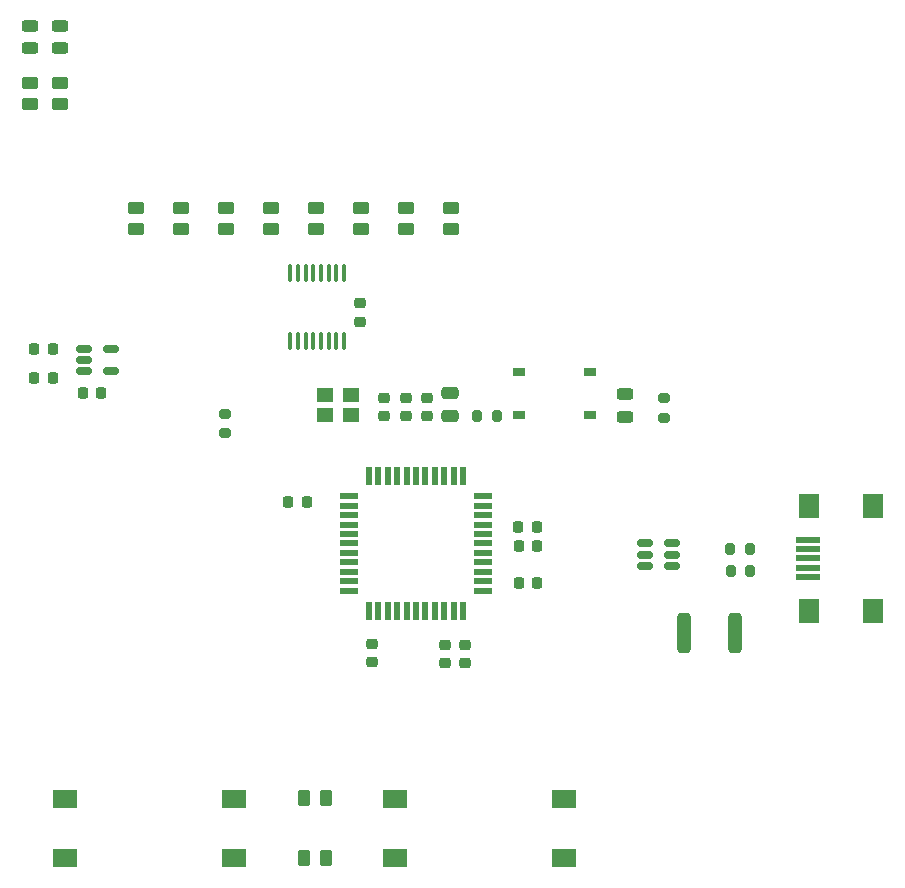
<source format=gbr>
%TF.GenerationSoftware,KiCad,Pcbnew,(7.0.0)*%
%TF.CreationDate,2023-04-20T13:01:05-06:00*%
%TF.ProjectId,Phase_B_ATMEGA_v3,50686173-655f-4425-9f41-544d4547415f,rev?*%
%TF.SameCoordinates,Original*%
%TF.FileFunction,Paste,Top*%
%TF.FilePolarity,Positive*%
%FSLAX46Y46*%
G04 Gerber Fmt 4.6, Leading zero omitted, Abs format (unit mm)*
G04 Created by KiCad (PCBNEW (7.0.0)) date 2023-04-20 13:01:05*
%MOMM*%
%LPD*%
G01*
G04 APERTURE LIST*
G04 Aperture macros list*
%AMRoundRect*
0 Rectangle with rounded corners*
0 $1 Rounding radius*
0 $2 $3 $4 $5 $6 $7 $8 $9 X,Y pos of 4 corners*
0 Add a 4 corners polygon primitive as box body*
4,1,4,$2,$3,$4,$5,$6,$7,$8,$9,$2,$3,0*
0 Add four circle primitives for the rounded corners*
1,1,$1+$1,$2,$3*
1,1,$1+$1,$4,$5*
1,1,$1+$1,$6,$7*
1,1,$1+$1,$8,$9*
0 Add four rect primitives between the rounded corners*
20,1,$1+$1,$2,$3,$4,$5,0*
20,1,$1+$1,$4,$5,$6,$7,0*
20,1,$1+$1,$6,$7,$8,$9,0*
20,1,$1+$1,$8,$9,$2,$3,0*%
G04 Aperture macros list end*
%ADD10RoundRect,0.250000X0.450000X-0.262500X0.450000X0.262500X-0.450000X0.262500X-0.450000X-0.262500X0*%
%ADD11RoundRect,0.200000X0.275000X-0.200000X0.275000X0.200000X-0.275000X0.200000X-0.275000X-0.200000X0*%
%ADD12RoundRect,0.225000X-0.225000X-0.250000X0.225000X-0.250000X0.225000X0.250000X-0.225000X0.250000X0*%
%ADD13RoundRect,0.243750X-0.456250X0.243750X-0.456250X-0.243750X0.456250X-0.243750X0.456250X0.243750X0*%
%ADD14R,2.000000X0.500000*%
%ADD15R,1.700000X2.000000*%
%ADD16RoundRect,0.225000X0.250000X-0.225000X0.250000X0.225000X-0.250000X0.225000X-0.250000X-0.225000X0*%
%ADD17RoundRect,0.200000X-0.200000X-0.275000X0.200000X-0.275000X0.200000X0.275000X-0.200000X0.275000X0*%
%ADD18RoundRect,0.225000X-0.250000X0.225000X-0.250000X-0.225000X0.250000X-0.225000X0.250000X0.225000X0*%
%ADD19R,1.400000X1.200000*%
%ADD20RoundRect,0.250000X-0.262500X-0.450000X0.262500X-0.450000X0.262500X0.450000X-0.262500X0.450000X0*%
%ADD21RoundRect,0.100000X-0.100000X0.637500X-0.100000X-0.637500X0.100000X-0.637500X0.100000X0.637500X0*%
%ADD22RoundRect,0.225000X0.225000X0.250000X-0.225000X0.250000X-0.225000X-0.250000X0.225000X-0.250000X0*%
%ADD23RoundRect,0.200000X-0.275000X0.200000X-0.275000X-0.200000X0.275000X-0.200000X0.275000X0.200000X0*%
%ADD24RoundRect,0.200000X0.200000X0.275000X-0.200000X0.275000X-0.200000X-0.275000X0.200000X-0.275000X0*%
%ADD25R,0.550000X1.500000*%
%ADD26R,1.500000X0.550000*%
%ADD27R,1.000000X0.700000*%
%ADD28R,2.000000X1.500000*%
%ADD29RoundRect,0.250000X0.312500X1.450000X-0.312500X1.450000X-0.312500X-1.450000X0.312500X-1.450000X0*%
%ADD30RoundRect,0.250000X0.262500X0.450000X-0.262500X0.450000X-0.262500X-0.450000X0.262500X-0.450000X0*%
%ADD31RoundRect,0.250000X0.475000X-0.250000X0.475000X0.250000X-0.475000X0.250000X-0.475000X-0.250000X0*%
%ADD32RoundRect,0.150000X0.512500X0.150000X-0.512500X0.150000X-0.512500X-0.150000X0.512500X-0.150000X0*%
%ADD33RoundRect,0.150000X-0.512500X-0.150000X0.512500X-0.150000X0.512500X0.150000X-0.512500X0.150000X0*%
G04 APERTURE END LIST*
D10*
%TO.C,R5*%
X146114167Y-80088318D03*
X146114167Y-78263318D03*
%TD*%
D11*
%TO.C,R17*%
X127000000Y-97345000D03*
X127000000Y-95695000D03*
%TD*%
D10*
%TO.C,R8*%
X134684167Y-80088318D03*
X134684167Y-78263318D03*
%TD*%
D12*
%TO.C,C13*%
X110860000Y-90200000D03*
X112410000Y-90200000D03*
%TD*%
D13*
%TO.C,D3*%
X160845000Y-94065000D03*
X160845000Y-95940000D03*
%TD*%
D14*
%TO.C,J2*%
X176369999Y-109549999D03*
X176369999Y-108749999D03*
X176369999Y-107949999D03*
X176369999Y-107149999D03*
X176369999Y-106349999D03*
D15*
X176469999Y-112399999D03*
X181919999Y-112399999D03*
X176469999Y-103499999D03*
X181919999Y-103499999D03*
%TD*%
D10*
%TO.C,R7*%
X138494167Y-80088318D03*
X138494167Y-78263318D03*
%TD*%
D16*
%TO.C,C5*%
X144085597Y-95917361D03*
X144085597Y-94367361D03*
%TD*%
D13*
%TO.C,D2*%
X113030000Y-62895000D03*
X113030000Y-64770000D03*
%TD*%
D10*
%TO.C,R3*%
X110490000Y-69492500D03*
X110490000Y-67667500D03*
%TD*%
%TO.C,R6*%
X142304167Y-80088318D03*
X142304167Y-78263318D03*
%TD*%
D17*
%TO.C,R13*%
X148386135Y-95870623D03*
X150036135Y-95870623D03*
%TD*%
D18*
%TO.C,C2*%
X140488764Y-94349911D03*
X140488764Y-95899911D03*
%TD*%
D19*
%TO.C,Y1*%
X137690469Y-94091469D03*
X135490469Y-94091469D03*
X135490469Y-95791469D03*
X137690469Y-95791469D03*
%TD*%
D18*
%TO.C,C12*%
X145625107Y-115266761D03*
X145625107Y-116816761D03*
%TD*%
D20*
%TO.C,R1*%
X133707500Y-128270000D03*
X135532500Y-128270000D03*
%TD*%
D21*
%TO.C,U2*%
X137082297Y-83805077D03*
X136432297Y-83805077D03*
X135782297Y-83805077D03*
X135132297Y-83805077D03*
X134482297Y-83805077D03*
X133832297Y-83805077D03*
X133182297Y-83805077D03*
X132532297Y-83805077D03*
X132532297Y-89530077D03*
X133182297Y-89530077D03*
X133832297Y-89530077D03*
X134482297Y-89530077D03*
X135132297Y-89530077D03*
X135782297Y-89530077D03*
X136432297Y-89530077D03*
X137082297Y-89530077D03*
%TD*%
D22*
%TO.C,C15*%
X116500000Y-93980000D03*
X114950000Y-93980000D03*
%TD*%
D12*
%TO.C,C9*%
X151871806Y-106893264D03*
X153421806Y-106893264D03*
%TD*%
D13*
%TO.C,D1*%
X110490000Y-62895000D03*
X110490000Y-64770000D03*
%TD*%
D23*
%TO.C,R16*%
X164196361Y-94377674D03*
X164196361Y-96027674D03*
%TD*%
D12*
%TO.C,C7*%
X151894180Y-110009211D03*
X153444180Y-110009211D03*
%TD*%
D24*
%TO.C,R14*%
X171450000Y-107151492D03*
X169800000Y-107151492D03*
%TD*%
D25*
%TO.C,U3*%
X147184999Y-112379999D03*
X146384999Y-112379999D03*
X145584999Y-112379999D03*
X144784999Y-112379999D03*
X143984999Y-112379999D03*
X143184999Y-112379999D03*
X142384999Y-112379999D03*
X141584999Y-112379999D03*
X140784999Y-112379999D03*
X139984999Y-112379999D03*
X139184999Y-112379999D03*
D26*
X137484999Y-110679999D03*
X137484999Y-109879999D03*
X137484999Y-109079999D03*
X137484999Y-108279999D03*
X137484999Y-107479999D03*
X137484999Y-106679999D03*
X137484999Y-105879999D03*
X137484999Y-105079999D03*
X137484999Y-104279999D03*
X137484999Y-103479999D03*
X137484999Y-102679999D03*
D25*
X139184999Y-100979999D03*
X139984999Y-100979999D03*
X140784999Y-100979999D03*
X141584999Y-100979999D03*
X142384999Y-100979999D03*
X143184999Y-100979999D03*
X143984999Y-100979999D03*
X144784999Y-100979999D03*
X145584999Y-100979999D03*
X146384999Y-100979999D03*
X147184999Y-100979999D03*
D26*
X148884999Y-102679999D03*
X148884999Y-103479999D03*
X148884999Y-104279999D03*
X148884999Y-105079999D03*
X148884999Y-105879999D03*
X148884999Y-106679999D03*
X148884999Y-107479999D03*
X148884999Y-108279999D03*
X148884999Y-109079999D03*
X148884999Y-109879999D03*
X148884999Y-110679999D03*
%TD*%
D12*
%TO.C,C14*%
X110860000Y-92710000D03*
X112410000Y-92710000D03*
%TD*%
D27*
%TO.C,S3*%
X151939999Y-92129999D03*
X157939999Y-92129999D03*
X151939999Y-95829999D03*
X157939999Y-95829999D03*
%TD*%
D28*
%TO.C,S1*%
X113499999Y-128309999D03*
X127799999Y-128309999D03*
X113499999Y-133309999D03*
X127799999Y-133309999D03*
%TD*%
D16*
%TO.C,C1*%
X138430000Y-87910000D03*
X138430000Y-86360000D03*
%TD*%
D12*
%TO.C,C6*%
X151857379Y-105257668D03*
X153407379Y-105257668D03*
%TD*%
D10*
%TO.C,R12*%
X119444167Y-80088318D03*
X119444167Y-78263318D03*
%TD*%
D29*
%TO.C,F1*%
X170180000Y-114300000D03*
X165905000Y-114300000D03*
%TD*%
D10*
%TO.C,R11*%
X123254167Y-80088318D03*
X123254167Y-78263318D03*
%TD*%
D30*
%TO.C,R2*%
X135532500Y-133350000D03*
X133707500Y-133350000D03*
%TD*%
D31*
%TO.C,C8*%
X146050000Y-95880000D03*
X146050000Y-93980000D03*
%TD*%
D32*
%TO.C,U4*%
X164835000Y-108580000D03*
X164835000Y-107630000D03*
X164835000Y-106680000D03*
X162560000Y-106680000D03*
X162560000Y-107630000D03*
X162560000Y-108580000D03*
%TD*%
D16*
%TO.C,C3*%
X142324588Y-95908823D03*
X142324588Y-94358823D03*
%TD*%
D22*
%TO.C,C4*%
X133938599Y-103156691D03*
X132388599Y-103156691D03*
%TD*%
D33*
%TO.C,U5*%
X115077500Y-90220000D03*
X115077500Y-91170000D03*
X115077500Y-92120000D03*
X117352500Y-92120000D03*
X117352500Y-90220000D03*
%TD*%
D10*
%TO.C,R10*%
X127064167Y-80088318D03*
X127064167Y-78263318D03*
%TD*%
D18*
%TO.C,C10*%
X147339690Y-115255481D03*
X147339690Y-116805481D03*
%TD*%
D10*
%TO.C,R9*%
X130874167Y-80088318D03*
X130874167Y-78263318D03*
%TD*%
D24*
%TO.C,R15*%
X171485295Y-109009638D03*
X169835295Y-109009638D03*
%TD*%
D18*
%TO.C,C11*%
X139457130Y-115176623D03*
X139457130Y-116726623D03*
%TD*%
D10*
%TO.C,R4*%
X113030000Y-69492500D03*
X113030000Y-67667500D03*
%TD*%
D28*
%TO.C,S2*%
X155739999Y-133309999D03*
X141439999Y-133309999D03*
X155739999Y-128309999D03*
X141439999Y-128309999D03*
%TD*%
M02*

</source>
